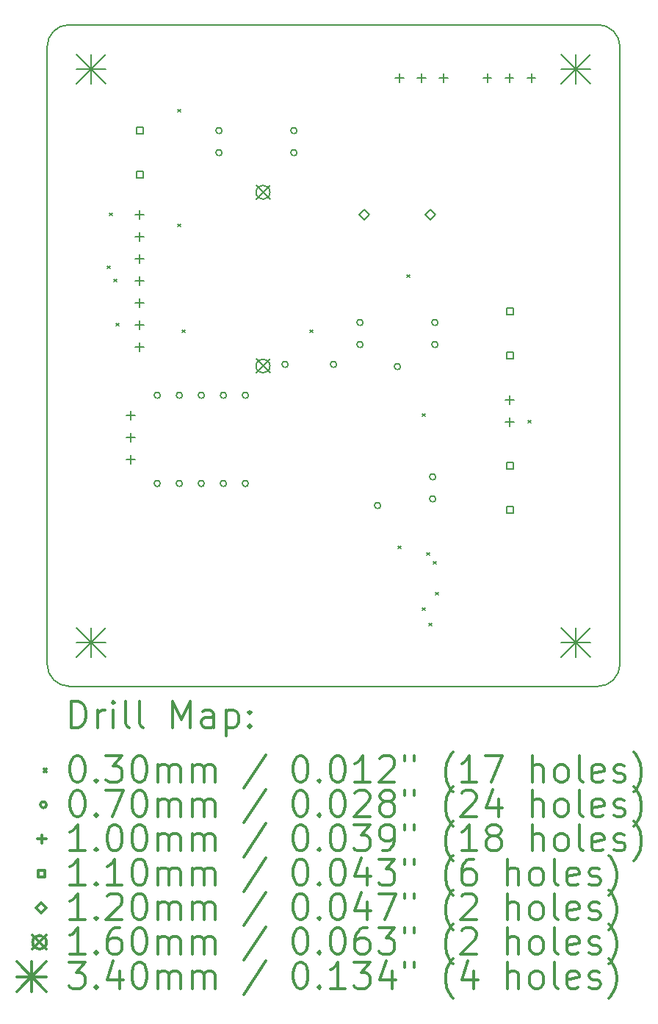
<source format=gbr>
%FSLAX45Y45*%
G04 Gerber Fmt 4.5, Leading zero omitted, Abs format (unit mm)*
G04 Created by KiCad (PCBNEW (5.0.0)) date 10/20/18 16:06:57*
%MOMM*%
%LPD*%
G01*
G04 APERTURE LIST*
%ADD10C,0.150000*%
%ADD11C,0.200000*%
%ADD12C,0.300000*%
G04 APERTURE END LIST*
D10*
X16002000Y-15494000D02*
X16002000Y-8382000D01*
X9652000Y-15748000D02*
X15748000Y-15748000D01*
X9398000Y-8382000D02*
X9398000Y-15494000D01*
X15748000Y-8128000D02*
X9652000Y-8128000D01*
X9652000Y-15748000D02*
G75*
G02X9398000Y-15494000I0J254000D01*
G01*
X9398000Y-8382000D02*
G75*
G02X9652000Y-8128000I254000J0D01*
G01*
X15748000Y-8128000D02*
G75*
G02X16002000Y-8382000I0J-254000D01*
G01*
X16002000Y-15494000D02*
G75*
G02X15748000Y-15748000I-254000J0D01*
G01*
D11*
X10094200Y-10907000D02*
X10124200Y-10937000D01*
X10124200Y-10907000D02*
X10094200Y-10937000D01*
X10119600Y-10297400D02*
X10149600Y-10327400D01*
X10149600Y-10297400D02*
X10119600Y-10327400D01*
X10170400Y-11059400D02*
X10200400Y-11089400D01*
X10200400Y-11059400D02*
X10170400Y-11089400D01*
X10195800Y-11567400D02*
X10225800Y-11597400D01*
X10225800Y-11567400D02*
X10195800Y-11597400D01*
X10907000Y-9103600D02*
X10937000Y-9133600D01*
X10937000Y-9103600D02*
X10907000Y-9133600D01*
X10907000Y-10424400D02*
X10937000Y-10454400D01*
X10937000Y-10424400D02*
X10907000Y-10454400D01*
X10957800Y-11643600D02*
X10987800Y-11673600D01*
X10987800Y-11643600D02*
X10957800Y-11673600D01*
X12431000Y-11643600D02*
X12461000Y-11673600D01*
X12461000Y-11643600D02*
X12431000Y-11673600D01*
X13447000Y-14132800D02*
X13477000Y-14162800D01*
X13477000Y-14132800D02*
X13447000Y-14162800D01*
X13548600Y-11008600D02*
X13578600Y-11038600D01*
X13578600Y-11008600D02*
X13548600Y-11038600D01*
X13726400Y-12608800D02*
X13756400Y-12638800D01*
X13756400Y-12608800D02*
X13726400Y-12638800D01*
X13726400Y-14844000D02*
X13756400Y-14874000D01*
X13756400Y-14844000D02*
X13726400Y-14874000D01*
X13777200Y-14209000D02*
X13807200Y-14239000D01*
X13807200Y-14209000D02*
X13777200Y-14239000D01*
X13802600Y-15021800D02*
X13832600Y-15051800D01*
X13832600Y-15021800D02*
X13802600Y-15051800D01*
X13853400Y-14310600D02*
X13883400Y-14340600D01*
X13883400Y-14310600D02*
X13853400Y-14340600D01*
X13878800Y-14666200D02*
X13908800Y-14696200D01*
X13908800Y-14666200D02*
X13878800Y-14696200D01*
X14945600Y-12685000D02*
X14975600Y-12715000D01*
X14975600Y-12685000D02*
X14945600Y-12715000D01*
X12176200Y-12039600D02*
G75*
G03X12176200Y-12039600I-35000J0D01*
G01*
X12735000Y-12039600D02*
G75*
G03X12735000Y-12039600I-35000J0D01*
G01*
X13243000Y-13665200D02*
G75*
G03X13243000Y-13665200I-35000J0D01*
G01*
X13471600Y-12065000D02*
G75*
G03X13471600Y-12065000I-35000J0D01*
G01*
X11414200Y-9347200D02*
G75*
G03X11414200Y-9347200I-35000J0D01*
G01*
X11414200Y-9601200D02*
G75*
G03X11414200Y-9601200I-35000J0D01*
G01*
X11210746Y-13411148D02*
G75*
G03X11210746Y-13411148I-35000J0D01*
G01*
X11211000Y-12395200D02*
G75*
G03X11211000Y-12395200I-35000J0D01*
G01*
X11718746Y-13411148D02*
G75*
G03X11718746Y-13411148I-35000J0D01*
G01*
X11719000Y-12395200D02*
G75*
G03X11719000Y-12395200I-35000J0D01*
G01*
X13039800Y-11557000D02*
G75*
G03X13039800Y-11557000I-35000J0D01*
G01*
X13039800Y-11811000D02*
G75*
G03X13039800Y-11811000I-35000J0D01*
G01*
X13878000Y-13335000D02*
G75*
G03X13878000Y-13335000I-35000J0D01*
G01*
X13878000Y-13589000D02*
G75*
G03X13878000Y-13589000I-35000J0D01*
G01*
X10957000Y-13411200D02*
G75*
G03X10957000Y-13411200I-35000J0D01*
G01*
X10957254Y-12395252D02*
G75*
G03X10957254Y-12395252I-35000J0D01*
G01*
X12277800Y-9347200D02*
G75*
G03X12277800Y-9347200I-35000J0D01*
G01*
X12277800Y-9601200D02*
G75*
G03X12277800Y-9601200I-35000J0D01*
G01*
X11465000Y-13411200D02*
G75*
G03X11465000Y-13411200I-35000J0D01*
G01*
X11465254Y-12395252D02*
G75*
G03X11465254Y-12395252I-35000J0D01*
G01*
X13903400Y-11557000D02*
G75*
G03X13903400Y-11557000I-35000J0D01*
G01*
X13903400Y-11811000D02*
G75*
G03X13903400Y-11811000I-35000J0D01*
G01*
X10702746Y-13411148D02*
G75*
G03X10702746Y-13411148I-35000J0D01*
G01*
X10703000Y-12395200D02*
G75*
G03X10703000Y-12395200I-35000J0D01*
G01*
X13462000Y-8687600D02*
X13462000Y-8787600D01*
X13412000Y-8737600D02*
X13512000Y-8737600D01*
X13716000Y-8687600D02*
X13716000Y-8787600D01*
X13666000Y-8737600D02*
X13766000Y-8737600D01*
X13970000Y-8687600D02*
X13970000Y-8787600D01*
X13920000Y-8737600D02*
X14020000Y-8737600D01*
X14732000Y-12396000D02*
X14732000Y-12496000D01*
X14682000Y-12446000D02*
X14782000Y-12446000D01*
X14732000Y-12650000D02*
X14732000Y-12750000D01*
X14682000Y-12700000D02*
X14782000Y-12700000D01*
X10363200Y-12573800D02*
X10363200Y-12673800D01*
X10313200Y-12623800D02*
X10413200Y-12623800D01*
X10363200Y-12827800D02*
X10363200Y-12927800D01*
X10313200Y-12877800D02*
X10413200Y-12877800D01*
X10363200Y-13081800D02*
X10363200Y-13181800D01*
X10313200Y-13131800D02*
X10413200Y-13131800D01*
X14472920Y-8687600D02*
X14472920Y-8787600D01*
X14422920Y-8737600D02*
X14522920Y-8737600D01*
X14726920Y-8687600D02*
X14726920Y-8787600D01*
X14676920Y-8737600D02*
X14776920Y-8737600D01*
X14980920Y-8687600D02*
X14980920Y-8787600D01*
X14930920Y-8737600D02*
X15030920Y-8737600D01*
X10464800Y-10262400D02*
X10464800Y-10362400D01*
X10414800Y-10312400D02*
X10514800Y-10312400D01*
X10464800Y-10516400D02*
X10464800Y-10616400D01*
X10414800Y-10566400D02*
X10514800Y-10566400D01*
X10464800Y-10770400D02*
X10464800Y-10870400D01*
X10414800Y-10820400D02*
X10514800Y-10820400D01*
X10464800Y-11024400D02*
X10464800Y-11124400D01*
X10414800Y-11074400D02*
X10514800Y-11074400D01*
X10464800Y-11278400D02*
X10464800Y-11378400D01*
X10414800Y-11328400D02*
X10514800Y-11328400D01*
X10464800Y-11532400D02*
X10464800Y-11632400D01*
X10414800Y-11582400D02*
X10514800Y-11582400D01*
X10464800Y-11786400D02*
X10464800Y-11886400D01*
X10414800Y-11836400D02*
X10514800Y-11836400D01*
X14770891Y-11468891D02*
X14770891Y-11391109D01*
X14693109Y-11391109D01*
X14693109Y-11468891D01*
X14770891Y-11468891D01*
X14770891Y-11976891D02*
X14770891Y-11899109D01*
X14693109Y-11899109D01*
X14693109Y-11976891D01*
X14770891Y-11976891D01*
X10503691Y-9386091D02*
X10503691Y-9308309D01*
X10425909Y-9308309D01*
X10425909Y-9386091D01*
X10503691Y-9386091D01*
X10503691Y-9894091D02*
X10503691Y-9816309D01*
X10425909Y-9816309D01*
X10425909Y-9894091D01*
X10503691Y-9894091D01*
X14770891Y-13246891D02*
X14770891Y-13169109D01*
X14693109Y-13169109D01*
X14693109Y-13246891D01*
X14770891Y-13246891D01*
X14770891Y-13754891D02*
X14770891Y-13677109D01*
X14693109Y-13677109D01*
X14693109Y-13754891D01*
X14770891Y-13754891D01*
X13055600Y-10372400D02*
X13115600Y-10312400D01*
X13055600Y-10252400D01*
X12995600Y-10312400D01*
X13055600Y-10372400D01*
X13817600Y-10372400D02*
X13877600Y-10312400D01*
X13817600Y-10252400D01*
X13757600Y-10312400D01*
X13817600Y-10372400D01*
X11807200Y-9978400D02*
X11967200Y-10138400D01*
X11967200Y-9978400D02*
X11807200Y-10138400D01*
X11967200Y-10058400D02*
G75*
G03X11967200Y-10058400I-80000J0D01*
G01*
X11807200Y-11978400D02*
X11967200Y-12138400D01*
X11967200Y-11978400D02*
X11807200Y-12138400D01*
X11967200Y-12058400D02*
G75*
G03X11967200Y-12058400I-80000J0D01*
G01*
X9736000Y-8466000D02*
X10076000Y-8806000D01*
X10076000Y-8466000D02*
X9736000Y-8806000D01*
X9906000Y-8466000D02*
X9906000Y-8806000D01*
X9736000Y-8636000D02*
X10076000Y-8636000D01*
X15324000Y-15070000D02*
X15664000Y-15410000D01*
X15664000Y-15070000D02*
X15324000Y-15410000D01*
X15494000Y-15070000D02*
X15494000Y-15410000D01*
X15324000Y-15240000D02*
X15664000Y-15240000D01*
X15324000Y-8466000D02*
X15664000Y-8806000D01*
X15664000Y-8466000D02*
X15324000Y-8806000D01*
X15494000Y-8466000D02*
X15494000Y-8806000D01*
X15324000Y-8636000D02*
X15664000Y-8636000D01*
X9736000Y-15070000D02*
X10076000Y-15410000D01*
X10076000Y-15070000D02*
X9736000Y-15410000D01*
X9906000Y-15070000D02*
X9906000Y-15410000D01*
X9736000Y-15240000D02*
X10076000Y-15240000D01*
D12*
X9676928Y-16221214D02*
X9676928Y-15921214D01*
X9748357Y-15921214D01*
X9791214Y-15935500D01*
X9819786Y-15964071D01*
X9834071Y-15992643D01*
X9848357Y-16049786D01*
X9848357Y-16092643D01*
X9834071Y-16149786D01*
X9819786Y-16178357D01*
X9791214Y-16206929D01*
X9748357Y-16221214D01*
X9676928Y-16221214D01*
X9976928Y-16221214D02*
X9976928Y-16021214D01*
X9976928Y-16078357D02*
X9991214Y-16049786D01*
X10005500Y-16035500D01*
X10034071Y-16021214D01*
X10062643Y-16021214D01*
X10162643Y-16221214D02*
X10162643Y-16021214D01*
X10162643Y-15921214D02*
X10148357Y-15935500D01*
X10162643Y-15949786D01*
X10176928Y-15935500D01*
X10162643Y-15921214D01*
X10162643Y-15949786D01*
X10348357Y-16221214D02*
X10319786Y-16206929D01*
X10305500Y-16178357D01*
X10305500Y-15921214D01*
X10505500Y-16221214D02*
X10476928Y-16206929D01*
X10462643Y-16178357D01*
X10462643Y-15921214D01*
X10848357Y-16221214D02*
X10848357Y-15921214D01*
X10948357Y-16135500D01*
X11048357Y-15921214D01*
X11048357Y-16221214D01*
X11319786Y-16221214D02*
X11319786Y-16064071D01*
X11305500Y-16035500D01*
X11276928Y-16021214D01*
X11219786Y-16021214D01*
X11191214Y-16035500D01*
X11319786Y-16206929D02*
X11291214Y-16221214D01*
X11219786Y-16221214D01*
X11191214Y-16206929D01*
X11176928Y-16178357D01*
X11176928Y-16149786D01*
X11191214Y-16121214D01*
X11219786Y-16106929D01*
X11291214Y-16106929D01*
X11319786Y-16092643D01*
X11462643Y-16021214D02*
X11462643Y-16321214D01*
X11462643Y-16035500D02*
X11491214Y-16021214D01*
X11548357Y-16021214D01*
X11576928Y-16035500D01*
X11591214Y-16049786D01*
X11605500Y-16078357D01*
X11605500Y-16164071D01*
X11591214Y-16192643D01*
X11576928Y-16206929D01*
X11548357Y-16221214D01*
X11491214Y-16221214D01*
X11462643Y-16206929D01*
X11734071Y-16192643D02*
X11748357Y-16206929D01*
X11734071Y-16221214D01*
X11719786Y-16206929D01*
X11734071Y-16192643D01*
X11734071Y-16221214D01*
X11734071Y-16035500D02*
X11748357Y-16049786D01*
X11734071Y-16064071D01*
X11719786Y-16049786D01*
X11734071Y-16035500D01*
X11734071Y-16064071D01*
X9360500Y-16700500D02*
X9390500Y-16730500D01*
X9390500Y-16700500D02*
X9360500Y-16730500D01*
X9734071Y-16551214D02*
X9762643Y-16551214D01*
X9791214Y-16565500D01*
X9805500Y-16579786D01*
X9819786Y-16608357D01*
X9834071Y-16665500D01*
X9834071Y-16736929D01*
X9819786Y-16794072D01*
X9805500Y-16822643D01*
X9791214Y-16836929D01*
X9762643Y-16851214D01*
X9734071Y-16851214D01*
X9705500Y-16836929D01*
X9691214Y-16822643D01*
X9676928Y-16794072D01*
X9662643Y-16736929D01*
X9662643Y-16665500D01*
X9676928Y-16608357D01*
X9691214Y-16579786D01*
X9705500Y-16565500D01*
X9734071Y-16551214D01*
X9962643Y-16822643D02*
X9976928Y-16836929D01*
X9962643Y-16851214D01*
X9948357Y-16836929D01*
X9962643Y-16822643D01*
X9962643Y-16851214D01*
X10076928Y-16551214D02*
X10262643Y-16551214D01*
X10162643Y-16665500D01*
X10205500Y-16665500D01*
X10234071Y-16679786D01*
X10248357Y-16694071D01*
X10262643Y-16722643D01*
X10262643Y-16794072D01*
X10248357Y-16822643D01*
X10234071Y-16836929D01*
X10205500Y-16851214D01*
X10119786Y-16851214D01*
X10091214Y-16836929D01*
X10076928Y-16822643D01*
X10448357Y-16551214D02*
X10476928Y-16551214D01*
X10505500Y-16565500D01*
X10519786Y-16579786D01*
X10534071Y-16608357D01*
X10548357Y-16665500D01*
X10548357Y-16736929D01*
X10534071Y-16794072D01*
X10519786Y-16822643D01*
X10505500Y-16836929D01*
X10476928Y-16851214D01*
X10448357Y-16851214D01*
X10419786Y-16836929D01*
X10405500Y-16822643D01*
X10391214Y-16794072D01*
X10376928Y-16736929D01*
X10376928Y-16665500D01*
X10391214Y-16608357D01*
X10405500Y-16579786D01*
X10419786Y-16565500D01*
X10448357Y-16551214D01*
X10676928Y-16851214D02*
X10676928Y-16651214D01*
X10676928Y-16679786D02*
X10691214Y-16665500D01*
X10719786Y-16651214D01*
X10762643Y-16651214D01*
X10791214Y-16665500D01*
X10805500Y-16694071D01*
X10805500Y-16851214D01*
X10805500Y-16694071D02*
X10819786Y-16665500D01*
X10848357Y-16651214D01*
X10891214Y-16651214D01*
X10919786Y-16665500D01*
X10934071Y-16694071D01*
X10934071Y-16851214D01*
X11076928Y-16851214D02*
X11076928Y-16651214D01*
X11076928Y-16679786D02*
X11091214Y-16665500D01*
X11119786Y-16651214D01*
X11162643Y-16651214D01*
X11191214Y-16665500D01*
X11205500Y-16694071D01*
X11205500Y-16851214D01*
X11205500Y-16694071D02*
X11219786Y-16665500D01*
X11248357Y-16651214D01*
X11291214Y-16651214D01*
X11319786Y-16665500D01*
X11334071Y-16694071D01*
X11334071Y-16851214D01*
X11919786Y-16536929D02*
X11662643Y-16922643D01*
X12305500Y-16551214D02*
X12334071Y-16551214D01*
X12362643Y-16565500D01*
X12376928Y-16579786D01*
X12391214Y-16608357D01*
X12405500Y-16665500D01*
X12405500Y-16736929D01*
X12391214Y-16794072D01*
X12376928Y-16822643D01*
X12362643Y-16836929D01*
X12334071Y-16851214D01*
X12305500Y-16851214D01*
X12276928Y-16836929D01*
X12262643Y-16822643D01*
X12248357Y-16794072D01*
X12234071Y-16736929D01*
X12234071Y-16665500D01*
X12248357Y-16608357D01*
X12262643Y-16579786D01*
X12276928Y-16565500D01*
X12305500Y-16551214D01*
X12534071Y-16822643D02*
X12548357Y-16836929D01*
X12534071Y-16851214D01*
X12519786Y-16836929D01*
X12534071Y-16822643D01*
X12534071Y-16851214D01*
X12734071Y-16551214D02*
X12762643Y-16551214D01*
X12791214Y-16565500D01*
X12805500Y-16579786D01*
X12819786Y-16608357D01*
X12834071Y-16665500D01*
X12834071Y-16736929D01*
X12819786Y-16794072D01*
X12805500Y-16822643D01*
X12791214Y-16836929D01*
X12762643Y-16851214D01*
X12734071Y-16851214D01*
X12705500Y-16836929D01*
X12691214Y-16822643D01*
X12676928Y-16794072D01*
X12662643Y-16736929D01*
X12662643Y-16665500D01*
X12676928Y-16608357D01*
X12691214Y-16579786D01*
X12705500Y-16565500D01*
X12734071Y-16551214D01*
X13119786Y-16851214D02*
X12948357Y-16851214D01*
X13034071Y-16851214D02*
X13034071Y-16551214D01*
X13005500Y-16594071D01*
X12976928Y-16622643D01*
X12948357Y-16636929D01*
X13234071Y-16579786D02*
X13248357Y-16565500D01*
X13276928Y-16551214D01*
X13348357Y-16551214D01*
X13376928Y-16565500D01*
X13391214Y-16579786D01*
X13405500Y-16608357D01*
X13405500Y-16636929D01*
X13391214Y-16679786D01*
X13219786Y-16851214D01*
X13405500Y-16851214D01*
X13519786Y-16551214D02*
X13519786Y-16608357D01*
X13634071Y-16551214D02*
X13634071Y-16608357D01*
X14076928Y-16965500D02*
X14062643Y-16951214D01*
X14034071Y-16908357D01*
X14019786Y-16879786D01*
X14005500Y-16836929D01*
X13991214Y-16765500D01*
X13991214Y-16708357D01*
X14005500Y-16636929D01*
X14019786Y-16594071D01*
X14034071Y-16565500D01*
X14062643Y-16522643D01*
X14076928Y-16508357D01*
X14348357Y-16851214D02*
X14176928Y-16851214D01*
X14262643Y-16851214D02*
X14262643Y-16551214D01*
X14234071Y-16594071D01*
X14205500Y-16622643D01*
X14176928Y-16636929D01*
X14448357Y-16551214D02*
X14648357Y-16551214D01*
X14519786Y-16851214D01*
X14991214Y-16851214D02*
X14991214Y-16551214D01*
X15119786Y-16851214D02*
X15119786Y-16694071D01*
X15105500Y-16665500D01*
X15076928Y-16651214D01*
X15034071Y-16651214D01*
X15005500Y-16665500D01*
X14991214Y-16679786D01*
X15305500Y-16851214D02*
X15276928Y-16836929D01*
X15262643Y-16822643D01*
X15248357Y-16794072D01*
X15248357Y-16708357D01*
X15262643Y-16679786D01*
X15276928Y-16665500D01*
X15305500Y-16651214D01*
X15348357Y-16651214D01*
X15376928Y-16665500D01*
X15391214Y-16679786D01*
X15405500Y-16708357D01*
X15405500Y-16794072D01*
X15391214Y-16822643D01*
X15376928Y-16836929D01*
X15348357Y-16851214D01*
X15305500Y-16851214D01*
X15576928Y-16851214D02*
X15548357Y-16836929D01*
X15534071Y-16808357D01*
X15534071Y-16551214D01*
X15805500Y-16836929D02*
X15776928Y-16851214D01*
X15719786Y-16851214D01*
X15691214Y-16836929D01*
X15676928Y-16808357D01*
X15676928Y-16694071D01*
X15691214Y-16665500D01*
X15719786Y-16651214D01*
X15776928Y-16651214D01*
X15805500Y-16665500D01*
X15819786Y-16694071D01*
X15819786Y-16722643D01*
X15676928Y-16751214D01*
X15934071Y-16836929D02*
X15962643Y-16851214D01*
X16019786Y-16851214D01*
X16048357Y-16836929D01*
X16062643Y-16808357D01*
X16062643Y-16794072D01*
X16048357Y-16765500D01*
X16019786Y-16751214D01*
X15976928Y-16751214D01*
X15948357Y-16736929D01*
X15934071Y-16708357D01*
X15934071Y-16694071D01*
X15948357Y-16665500D01*
X15976928Y-16651214D01*
X16019786Y-16651214D01*
X16048357Y-16665500D01*
X16162643Y-16965500D02*
X16176928Y-16951214D01*
X16205500Y-16908357D01*
X16219786Y-16879786D01*
X16234071Y-16836929D01*
X16248357Y-16765500D01*
X16248357Y-16708357D01*
X16234071Y-16636929D01*
X16219786Y-16594071D01*
X16205500Y-16565500D01*
X16176928Y-16522643D01*
X16162643Y-16508357D01*
X9390500Y-17111500D02*
G75*
G03X9390500Y-17111500I-35000J0D01*
G01*
X9734071Y-16947214D02*
X9762643Y-16947214D01*
X9791214Y-16961500D01*
X9805500Y-16975786D01*
X9819786Y-17004357D01*
X9834071Y-17061500D01*
X9834071Y-17132929D01*
X9819786Y-17190072D01*
X9805500Y-17218643D01*
X9791214Y-17232929D01*
X9762643Y-17247214D01*
X9734071Y-17247214D01*
X9705500Y-17232929D01*
X9691214Y-17218643D01*
X9676928Y-17190072D01*
X9662643Y-17132929D01*
X9662643Y-17061500D01*
X9676928Y-17004357D01*
X9691214Y-16975786D01*
X9705500Y-16961500D01*
X9734071Y-16947214D01*
X9962643Y-17218643D02*
X9976928Y-17232929D01*
X9962643Y-17247214D01*
X9948357Y-17232929D01*
X9962643Y-17218643D01*
X9962643Y-17247214D01*
X10076928Y-16947214D02*
X10276928Y-16947214D01*
X10148357Y-17247214D01*
X10448357Y-16947214D02*
X10476928Y-16947214D01*
X10505500Y-16961500D01*
X10519786Y-16975786D01*
X10534071Y-17004357D01*
X10548357Y-17061500D01*
X10548357Y-17132929D01*
X10534071Y-17190072D01*
X10519786Y-17218643D01*
X10505500Y-17232929D01*
X10476928Y-17247214D01*
X10448357Y-17247214D01*
X10419786Y-17232929D01*
X10405500Y-17218643D01*
X10391214Y-17190072D01*
X10376928Y-17132929D01*
X10376928Y-17061500D01*
X10391214Y-17004357D01*
X10405500Y-16975786D01*
X10419786Y-16961500D01*
X10448357Y-16947214D01*
X10676928Y-17247214D02*
X10676928Y-17047214D01*
X10676928Y-17075786D02*
X10691214Y-17061500D01*
X10719786Y-17047214D01*
X10762643Y-17047214D01*
X10791214Y-17061500D01*
X10805500Y-17090072D01*
X10805500Y-17247214D01*
X10805500Y-17090072D02*
X10819786Y-17061500D01*
X10848357Y-17047214D01*
X10891214Y-17047214D01*
X10919786Y-17061500D01*
X10934071Y-17090072D01*
X10934071Y-17247214D01*
X11076928Y-17247214D02*
X11076928Y-17047214D01*
X11076928Y-17075786D02*
X11091214Y-17061500D01*
X11119786Y-17047214D01*
X11162643Y-17047214D01*
X11191214Y-17061500D01*
X11205500Y-17090072D01*
X11205500Y-17247214D01*
X11205500Y-17090072D02*
X11219786Y-17061500D01*
X11248357Y-17047214D01*
X11291214Y-17047214D01*
X11319786Y-17061500D01*
X11334071Y-17090072D01*
X11334071Y-17247214D01*
X11919786Y-16932929D02*
X11662643Y-17318643D01*
X12305500Y-16947214D02*
X12334071Y-16947214D01*
X12362643Y-16961500D01*
X12376928Y-16975786D01*
X12391214Y-17004357D01*
X12405500Y-17061500D01*
X12405500Y-17132929D01*
X12391214Y-17190072D01*
X12376928Y-17218643D01*
X12362643Y-17232929D01*
X12334071Y-17247214D01*
X12305500Y-17247214D01*
X12276928Y-17232929D01*
X12262643Y-17218643D01*
X12248357Y-17190072D01*
X12234071Y-17132929D01*
X12234071Y-17061500D01*
X12248357Y-17004357D01*
X12262643Y-16975786D01*
X12276928Y-16961500D01*
X12305500Y-16947214D01*
X12534071Y-17218643D02*
X12548357Y-17232929D01*
X12534071Y-17247214D01*
X12519786Y-17232929D01*
X12534071Y-17218643D01*
X12534071Y-17247214D01*
X12734071Y-16947214D02*
X12762643Y-16947214D01*
X12791214Y-16961500D01*
X12805500Y-16975786D01*
X12819786Y-17004357D01*
X12834071Y-17061500D01*
X12834071Y-17132929D01*
X12819786Y-17190072D01*
X12805500Y-17218643D01*
X12791214Y-17232929D01*
X12762643Y-17247214D01*
X12734071Y-17247214D01*
X12705500Y-17232929D01*
X12691214Y-17218643D01*
X12676928Y-17190072D01*
X12662643Y-17132929D01*
X12662643Y-17061500D01*
X12676928Y-17004357D01*
X12691214Y-16975786D01*
X12705500Y-16961500D01*
X12734071Y-16947214D01*
X12948357Y-16975786D02*
X12962643Y-16961500D01*
X12991214Y-16947214D01*
X13062643Y-16947214D01*
X13091214Y-16961500D01*
X13105500Y-16975786D01*
X13119786Y-17004357D01*
X13119786Y-17032929D01*
X13105500Y-17075786D01*
X12934071Y-17247214D01*
X13119786Y-17247214D01*
X13291214Y-17075786D02*
X13262643Y-17061500D01*
X13248357Y-17047214D01*
X13234071Y-17018643D01*
X13234071Y-17004357D01*
X13248357Y-16975786D01*
X13262643Y-16961500D01*
X13291214Y-16947214D01*
X13348357Y-16947214D01*
X13376928Y-16961500D01*
X13391214Y-16975786D01*
X13405500Y-17004357D01*
X13405500Y-17018643D01*
X13391214Y-17047214D01*
X13376928Y-17061500D01*
X13348357Y-17075786D01*
X13291214Y-17075786D01*
X13262643Y-17090072D01*
X13248357Y-17104357D01*
X13234071Y-17132929D01*
X13234071Y-17190072D01*
X13248357Y-17218643D01*
X13262643Y-17232929D01*
X13291214Y-17247214D01*
X13348357Y-17247214D01*
X13376928Y-17232929D01*
X13391214Y-17218643D01*
X13405500Y-17190072D01*
X13405500Y-17132929D01*
X13391214Y-17104357D01*
X13376928Y-17090072D01*
X13348357Y-17075786D01*
X13519786Y-16947214D02*
X13519786Y-17004357D01*
X13634071Y-16947214D02*
X13634071Y-17004357D01*
X14076928Y-17361500D02*
X14062643Y-17347214D01*
X14034071Y-17304357D01*
X14019786Y-17275786D01*
X14005500Y-17232929D01*
X13991214Y-17161500D01*
X13991214Y-17104357D01*
X14005500Y-17032929D01*
X14019786Y-16990072D01*
X14034071Y-16961500D01*
X14062643Y-16918643D01*
X14076928Y-16904357D01*
X14176928Y-16975786D02*
X14191214Y-16961500D01*
X14219786Y-16947214D01*
X14291214Y-16947214D01*
X14319786Y-16961500D01*
X14334071Y-16975786D01*
X14348357Y-17004357D01*
X14348357Y-17032929D01*
X14334071Y-17075786D01*
X14162643Y-17247214D01*
X14348357Y-17247214D01*
X14605500Y-17047214D02*
X14605500Y-17247214D01*
X14534071Y-16932929D02*
X14462643Y-17147214D01*
X14648357Y-17147214D01*
X14991214Y-17247214D02*
X14991214Y-16947214D01*
X15119786Y-17247214D02*
X15119786Y-17090072D01*
X15105500Y-17061500D01*
X15076928Y-17047214D01*
X15034071Y-17047214D01*
X15005500Y-17061500D01*
X14991214Y-17075786D01*
X15305500Y-17247214D02*
X15276928Y-17232929D01*
X15262643Y-17218643D01*
X15248357Y-17190072D01*
X15248357Y-17104357D01*
X15262643Y-17075786D01*
X15276928Y-17061500D01*
X15305500Y-17047214D01*
X15348357Y-17047214D01*
X15376928Y-17061500D01*
X15391214Y-17075786D01*
X15405500Y-17104357D01*
X15405500Y-17190072D01*
X15391214Y-17218643D01*
X15376928Y-17232929D01*
X15348357Y-17247214D01*
X15305500Y-17247214D01*
X15576928Y-17247214D02*
X15548357Y-17232929D01*
X15534071Y-17204357D01*
X15534071Y-16947214D01*
X15805500Y-17232929D02*
X15776928Y-17247214D01*
X15719786Y-17247214D01*
X15691214Y-17232929D01*
X15676928Y-17204357D01*
X15676928Y-17090072D01*
X15691214Y-17061500D01*
X15719786Y-17047214D01*
X15776928Y-17047214D01*
X15805500Y-17061500D01*
X15819786Y-17090072D01*
X15819786Y-17118643D01*
X15676928Y-17147214D01*
X15934071Y-17232929D02*
X15962643Y-17247214D01*
X16019786Y-17247214D01*
X16048357Y-17232929D01*
X16062643Y-17204357D01*
X16062643Y-17190072D01*
X16048357Y-17161500D01*
X16019786Y-17147214D01*
X15976928Y-17147214D01*
X15948357Y-17132929D01*
X15934071Y-17104357D01*
X15934071Y-17090072D01*
X15948357Y-17061500D01*
X15976928Y-17047214D01*
X16019786Y-17047214D01*
X16048357Y-17061500D01*
X16162643Y-17361500D02*
X16176928Y-17347214D01*
X16205500Y-17304357D01*
X16219786Y-17275786D01*
X16234071Y-17232929D01*
X16248357Y-17161500D01*
X16248357Y-17104357D01*
X16234071Y-17032929D01*
X16219786Y-16990072D01*
X16205500Y-16961500D01*
X16176928Y-16918643D01*
X16162643Y-16904357D01*
X9340500Y-17457500D02*
X9340500Y-17557500D01*
X9290500Y-17507500D02*
X9390500Y-17507500D01*
X9834071Y-17643214D02*
X9662643Y-17643214D01*
X9748357Y-17643214D02*
X9748357Y-17343214D01*
X9719786Y-17386072D01*
X9691214Y-17414643D01*
X9662643Y-17428929D01*
X9962643Y-17614643D02*
X9976928Y-17628929D01*
X9962643Y-17643214D01*
X9948357Y-17628929D01*
X9962643Y-17614643D01*
X9962643Y-17643214D01*
X10162643Y-17343214D02*
X10191214Y-17343214D01*
X10219786Y-17357500D01*
X10234071Y-17371786D01*
X10248357Y-17400357D01*
X10262643Y-17457500D01*
X10262643Y-17528929D01*
X10248357Y-17586072D01*
X10234071Y-17614643D01*
X10219786Y-17628929D01*
X10191214Y-17643214D01*
X10162643Y-17643214D01*
X10134071Y-17628929D01*
X10119786Y-17614643D01*
X10105500Y-17586072D01*
X10091214Y-17528929D01*
X10091214Y-17457500D01*
X10105500Y-17400357D01*
X10119786Y-17371786D01*
X10134071Y-17357500D01*
X10162643Y-17343214D01*
X10448357Y-17343214D02*
X10476928Y-17343214D01*
X10505500Y-17357500D01*
X10519786Y-17371786D01*
X10534071Y-17400357D01*
X10548357Y-17457500D01*
X10548357Y-17528929D01*
X10534071Y-17586072D01*
X10519786Y-17614643D01*
X10505500Y-17628929D01*
X10476928Y-17643214D01*
X10448357Y-17643214D01*
X10419786Y-17628929D01*
X10405500Y-17614643D01*
X10391214Y-17586072D01*
X10376928Y-17528929D01*
X10376928Y-17457500D01*
X10391214Y-17400357D01*
X10405500Y-17371786D01*
X10419786Y-17357500D01*
X10448357Y-17343214D01*
X10676928Y-17643214D02*
X10676928Y-17443214D01*
X10676928Y-17471786D02*
X10691214Y-17457500D01*
X10719786Y-17443214D01*
X10762643Y-17443214D01*
X10791214Y-17457500D01*
X10805500Y-17486072D01*
X10805500Y-17643214D01*
X10805500Y-17486072D02*
X10819786Y-17457500D01*
X10848357Y-17443214D01*
X10891214Y-17443214D01*
X10919786Y-17457500D01*
X10934071Y-17486072D01*
X10934071Y-17643214D01*
X11076928Y-17643214D02*
X11076928Y-17443214D01*
X11076928Y-17471786D02*
X11091214Y-17457500D01*
X11119786Y-17443214D01*
X11162643Y-17443214D01*
X11191214Y-17457500D01*
X11205500Y-17486072D01*
X11205500Y-17643214D01*
X11205500Y-17486072D02*
X11219786Y-17457500D01*
X11248357Y-17443214D01*
X11291214Y-17443214D01*
X11319786Y-17457500D01*
X11334071Y-17486072D01*
X11334071Y-17643214D01*
X11919786Y-17328929D02*
X11662643Y-17714643D01*
X12305500Y-17343214D02*
X12334071Y-17343214D01*
X12362643Y-17357500D01*
X12376928Y-17371786D01*
X12391214Y-17400357D01*
X12405500Y-17457500D01*
X12405500Y-17528929D01*
X12391214Y-17586072D01*
X12376928Y-17614643D01*
X12362643Y-17628929D01*
X12334071Y-17643214D01*
X12305500Y-17643214D01*
X12276928Y-17628929D01*
X12262643Y-17614643D01*
X12248357Y-17586072D01*
X12234071Y-17528929D01*
X12234071Y-17457500D01*
X12248357Y-17400357D01*
X12262643Y-17371786D01*
X12276928Y-17357500D01*
X12305500Y-17343214D01*
X12534071Y-17614643D02*
X12548357Y-17628929D01*
X12534071Y-17643214D01*
X12519786Y-17628929D01*
X12534071Y-17614643D01*
X12534071Y-17643214D01*
X12734071Y-17343214D02*
X12762643Y-17343214D01*
X12791214Y-17357500D01*
X12805500Y-17371786D01*
X12819786Y-17400357D01*
X12834071Y-17457500D01*
X12834071Y-17528929D01*
X12819786Y-17586072D01*
X12805500Y-17614643D01*
X12791214Y-17628929D01*
X12762643Y-17643214D01*
X12734071Y-17643214D01*
X12705500Y-17628929D01*
X12691214Y-17614643D01*
X12676928Y-17586072D01*
X12662643Y-17528929D01*
X12662643Y-17457500D01*
X12676928Y-17400357D01*
X12691214Y-17371786D01*
X12705500Y-17357500D01*
X12734071Y-17343214D01*
X12934071Y-17343214D02*
X13119786Y-17343214D01*
X13019786Y-17457500D01*
X13062643Y-17457500D01*
X13091214Y-17471786D01*
X13105500Y-17486072D01*
X13119786Y-17514643D01*
X13119786Y-17586072D01*
X13105500Y-17614643D01*
X13091214Y-17628929D01*
X13062643Y-17643214D01*
X12976928Y-17643214D01*
X12948357Y-17628929D01*
X12934071Y-17614643D01*
X13262643Y-17643214D02*
X13319786Y-17643214D01*
X13348357Y-17628929D01*
X13362643Y-17614643D01*
X13391214Y-17571786D01*
X13405500Y-17514643D01*
X13405500Y-17400357D01*
X13391214Y-17371786D01*
X13376928Y-17357500D01*
X13348357Y-17343214D01*
X13291214Y-17343214D01*
X13262643Y-17357500D01*
X13248357Y-17371786D01*
X13234071Y-17400357D01*
X13234071Y-17471786D01*
X13248357Y-17500357D01*
X13262643Y-17514643D01*
X13291214Y-17528929D01*
X13348357Y-17528929D01*
X13376928Y-17514643D01*
X13391214Y-17500357D01*
X13405500Y-17471786D01*
X13519786Y-17343214D02*
X13519786Y-17400357D01*
X13634071Y-17343214D02*
X13634071Y-17400357D01*
X14076928Y-17757500D02*
X14062643Y-17743214D01*
X14034071Y-17700357D01*
X14019786Y-17671786D01*
X14005500Y-17628929D01*
X13991214Y-17557500D01*
X13991214Y-17500357D01*
X14005500Y-17428929D01*
X14019786Y-17386072D01*
X14034071Y-17357500D01*
X14062643Y-17314643D01*
X14076928Y-17300357D01*
X14348357Y-17643214D02*
X14176928Y-17643214D01*
X14262643Y-17643214D02*
X14262643Y-17343214D01*
X14234071Y-17386072D01*
X14205500Y-17414643D01*
X14176928Y-17428929D01*
X14519786Y-17471786D02*
X14491214Y-17457500D01*
X14476928Y-17443214D01*
X14462643Y-17414643D01*
X14462643Y-17400357D01*
X14476928Y-17371786D01*
X14491214Y-17357500D01*
X14519786Y-17343214D01*
X14576928Y-17343214D01*
X14605500Y-17357500D01*
X14619786Y-17371786D01*
X14634071Y-17400357D01*
X14634071Y-17414643D01*
X14619786Y-17443214D01*
X14605500Y-17457500D01*
X14576928Y-17471786D01*
X14519786Y-17471786D01*
X14491214Y-17486072D01*
X14476928Y-17500357D01*
X14462643Y-17528929D01*
X14462643Y-17586072D01*
X14476928Y-17614643D01*
X14491214Y-17628929D01*
X14519786Y-17643214D01*
X14576928Y-17643214D01*
X14605500Y-17628929D01*
X14619786Y-17614643D01*
X14634071Y-17586072D01*
X14634071Y-17528929D01*
X14619786Y-17500357D01*
X14605500Y-17486072D01*
X14576928Y-17471786D01*
X14991214Y-17643214D02*
X14991214Y-17343214D01*
X15119786Y-17643214D02*
X15119786Y-17486072D01*
X15105500Y-17457500D01*
X15076928Y-17443214D01*
X15034071Y-17443214D01*
X15005500Y-17457500D01*
X14991214Y-17471786D01*
X15305500Y-17643214D02*
X15276928Y-17628929D01*
X15262643Y-17614643D01*
X15248357Y-17586072D01*
X15248357Y-17500357D01*
X15262643Y-17471786D01*
X15276928Y-17457500D01*
X15305500Y-17443214D01*
X15348357Y-17443214D01*
X15376928Y-17457500D01*
X15391214Y-17471786D01*
X15405500Y-17500357D01*
X15405500Y-17586072D01*
X15391214Y-17614643D01*
X15376928Y-17628929D01*
X15348357Y-17643214D01*
X15305500Y-17643214D01*
X15576928Y-17643214D02*
X15548357Y-17628929D01*
X15534071Y-17600357D01*
X15534071Y-17343214D01*
X15805500Y-17628929D02*
X15776928Y-17643214D01*
X15719786Y-17643214D01*
X15691214Y-17628929D01*
X15676928Y-17600357D01*
X15676928Y-17486072D01*
X15691214Y-17457500D01*
X15719786Y-17443214D01*
X15776928Y-17443214D01*
X15805500Y-17457500D01*
X15819786Y-17486072D01*
X15819786Y-17514643D01*
X15676928Y-17543214D01*
X15934071Y-17628929D02*
X15962643Y-17643214D01*
X16019786Y-17643214D01*
X16048357Y-17628929D01*
X16062643Y-17600357D01*
X16062643Y-17586072D01*
X16048357Y-17557500D01*
X16019786Y-17543214D01*
X15976928Y-17543214D01*
X15948357Y-17528929D01*
X15934071Y-17500357D01*
X15934071Y-17486072D01*
X15948357Y-17457500D01*
X15976928Y-17443214D01*
X16019786Y-17443214D01*
X16048357Y-17457500D01*
X16162643Y-17757500D02*
X16176928Y-17743214D01*
X16205500Y-17700357D01*
X16219786Y-17671786D01*
X16234071Y-17628929D01*
X16248357Y-17557500D01*
X16248357Y-17500357D01*
X16234071Y-17428929D01*
X16219786Y-17386072D01*
X16205500Y-17357500D01*
X16176928Y-17314643D01*
X16162643Y-17300357D01*
X9374391Y-17942391D02*
X9374391Y-17864609D01*
X9296609Y-17864609D01*
X9296609Y-17942391D01*
X9374391Y-17942391D01*
X9834071Y-18039214D02*
X9662643Y-18039214D01*
X9748357Y-18039214D02*
X9748357Y-17739214D01*
X9719786Y-17782072D01*
X9691214Y-17810643D01*
X9662643Y-17824929D01*
X9962643Y-18010643D02*
X9976928Y-18024929D01*
X9962643Y-18039214D01*
X9948357Y-18024929D01*
X9962643Y-18010643D01*
X9962643Y-18039214D01*
X10262643Y-18039214D02*
X10091214Y-18039214D01*
X10176928Y-18039214D02*
X10176928Y-17739214D01*
X10148357Y-17782072D01*
X10119786Y-17810643D01*
X10091214Y-17824929D01*
X10448357Y-17739214D02*
X10476928Y-17739214D01*
X10505500Y-17753500D01*
X10519786Y-17767786D01*
X10534071Y-17796357D01*
X10548357Y-17853500D01*
X10548357Y-17924929D01*
X10534071Y-17982072D01*
X10519786Y-18010643D01*
X10505500Y-18024929D01*
X10476928Y-18039214D01*
X10448357Y-18039214D01*
X10419786Y-18024929D01*
X10405500Y-18010643D01*
X10391214Y-17982072D01*
X10376928Y-17924929D01*
X10376928Y-17853500D01*
X10391214Y-17796357D01*
X10405500Y-17767786D01*
X10419786Y-17753500D01*
X10448357Y-17739214D01*
X10676928Y-18039214D02*
X10676928Y-17839214D01*
X10676928Y-17867786D02*
X10691214Y-17853500D01*
X10719786Y-17839214D01*
X10762643Y-17839214D01*
X10791214Y-17853500D01*
X10805500Y-17882072D01*
X10805500Y-18039214D01*
X10805500Y-17882072D02*
X10819786Y-17853500D01*
X10848357Y-17839214D01*
X10891214Y-17839214D01*
X10919786Y-17853500D01*
X10934071Y-17882072D01*
X10934071Y-18039214D01*
X11076928Y-18039214D02*
X11076928Y-17839214D01*
X11076928Y-17867786D02*
X11091214Y-17853500D01*
X11119786Y-17839214D01*
X11162643Y-17839214D01*
X11191214Y-17853500D01*
X11205500Y-17882072D01*
X11205500Y-18039214D01*
X11205500Y-17882072D02*
X11219786Y-17853500D01*
X11248357Y-17839214D01*
X11291214Y-17839214D01*
X11319786Y-17853500D01*
X11334071Y-17882072D01*
X11334071Y-18039214D01*
X11919786Y-17724929D02*
X11662643Y-18110643D01*
X12305500Y-17739214D02*
X12334071Y-17739214D01*
X12362643Y-17753500D01*
X12376928Y-17767786D01*
X12391214Y-17796357D01*
X12405500Y-17853500D01*
X12405500Y-17924929D01*
X12391214Y-17982072D01*
X12376928Y-18010643D01*
X12362643Y-18024929D01*
X12334071Y-18039214D01*
X12305500Y-18039214D01*
X12276928Y-18024929D01*
X12262643Y-18010643D01*
X12248357Y-17982072D01*
X12234071Y-17924929D01*
X12234071Y-17853500D01*
X12248357Y-17796357D01*
X12262643Y-17767786D01*
X12276928Y-17753500D01*
X12305500Y-17739214D01*
X12534071Y-18010643D02*
X12548357Y-18024929D01*
X12534071Y-18039214D01*
X12519786Y-18024929D01*
X12534071Y-18010643D01*
X12534071Y-18039214D01*
X12734071Y-17739214D02*
X12762643Y-17739214D01*
X12791214Y-17753500D01*
X12805500Y-17767786D01*
X12819786Y-17796357D01*
X12834071Y-17853500D01*
X12834071Y-17924929D01*
X12819786Y-17982072D01*
X12805500Y-18010643D01*
X12791214Y-18024929D01*
X12762643Y-18039214D01*
X12734071Y-18039214D01*
X12705500Y-18024929D01*
X12691214Y-18010643D01*
X12676928Y-17982072D01*
X12662643Y-17924929D01*
X12662643Y-17853500D01*
X12676928Y-17796357D01*
X12691214Y-17767786D01*
X12705500Y-17753500D01*
X12734071Y-17739214D01*
X13091214Y-17839214D02*
X13091214Y-18039214D01*
X13019786Y-17724929D02*
X12948357Y-17939214D01*
X13134071Y-17939214D01*
X13219786Y-17739214D02*
X13405500Y-17739214D01*
X13305500Y-17853500D01*
X13348357Y-17853500D01*
X13376928Y-17867786D01*
X13391214Y-17882072D01*
X13405500Y-17910643D01*
X13405500Y-17982072D01*
X13391214Y-18010643D01*
X13376928Y-18024929D01*
X13348357Y-18039214D01*
X13262643Y-18039214D01*
X13234071Y-18024929D01*
X13219786Y-18010643D01*
X13519786Y-17739214D02*
X13519786Y-17796357D01*
X13634071Y-17739214D02*
X13634071Y-17796357D01*
X14076928Y-18153500D02*
X14062643Y-18139214D01*
X14034071Y-18096357D01*
X14019786Y-18067786D01*
X14005500Y-18024929D01*
X13991214Y-17953500D01*
X13991214Y-17896357D01*
X14005500Y-17824929D01*
X14019786Y-17782072D01*
X14034071Y-17753500D01*
X14062643Y-17710643D01*
X14076928Y-17696357D01*
X14319786Y-17739214D02*
X14262643Y-17739214D01*
X14234071Y-17753500D01*
X14219786Y-17767786D01*
X14191214Y-17810643D01*
X14176928Y-17867786D01*
X14176928Y-17982072D01*
X14191214Y-18010643D01*
X14205500Y-18024929D01*
X14234071Y-18039214D01*
X14291214Y-18039214D01*
X14319786Y-18024929D01*
X14334071Y-18010643D01*
X14348357Y-17982072D01*
X14348357Y-17910643D01*
X14334071Y-17882072D01*
X14319786Y-17867786D01*
X14291214Y-17853500D01*
X14234071Y-17853500D01*
X14205500Y-17867786D01*
X14191214Y-17882072D01*
X14176928Y-17910643D01*
X14705500Y-18039214D02*
X14705500Y-17739214D01*
X14834071Y-18039214D02*
X14834071Y-17882072D01*
X14819786Y-17853500D01*
X14791214Y-17839214D01*
X14748357Y-17839214D01*
X14719786Y-17853500D01*
X14705500Y-17867786D01*
X15019786Y-18039214D02*
X14991214Y-18024929D01*
X14976928Y-18010643D01*
X14962643Y-17982072D01*
X14962643Y-17896357D01*
X14976928Y-17867786D01*
X14991214Y-17853500D01*
X15019786Y-17839214D01*
X15062643Y-17839214D01*
X15091214Y-17853500D01*
X15105500Y-17867786D01*
X15119786Y-17896357D01*
X15119786Y-17982072D01*
X15105500Y-18010643D01*
X15091214Y-18024929D01*
X15062643Y-18039214D01*
X15019786Y-18039214D01*
X15291214Y-18039214D02*
X15262643Y-18024929D01*
X15248357Y-17996357D01*
X15248357Y-17739214D01*
X15519786Y-18024929D02*
X15491214Y-18039214D01*
X15434071Y-18039214D01*
X15405500Y-18024929D01*
X15391214Y-17996357D01*
X15391214Y-17882072D01*
X15405500Y-17853500D01*
X15434071Y-17839214D01*
X15491214Y-17839214D01*
X15519786Y-17853500D01*
X15534071Y-17882072D01*
X15534071Y-17910643D01*
X15391214Y-17939214D01*
X15648357Y-18024929D02*
X15676928Y-18039214D01*
X15734071Y-18039214D01*
X15762643Y-18024929D01*
X15776928Y-17996357D01*
X15776928Y-17982072D01*
X15762643Y-17953500D01*
X15734071Y-17939214D01*
X15691214Y-17939214D01*
X15662643Y-17924929D01*
X15648357Y-17896357D01*
X15648357Y-17882072D01*
X15662643Y-17853500D01*
X15691214Y-17839214D01*
X15734071Y-17839214D01*
X15762643Y-17853500D01*
X15876928Y-18153500D02*
X15891214Y-18139214D01*
X15919786Y-18096357D01*
X15934071Y-18067786D01*
X15948357Y-18024929D01*
X15962643Y-17953500D01*
X15962643Y-17896357D01*
X15948357Y-17824929D01*
X15934071Y-17782072D01*
X15919786Y-17753500D01*
X15891214Y-17710643D01*
X15876928Y-17696357D01*
X9330500Y-18359500D02*
X9390500Y-18299500D01*
X9330500Y-18239500D01*
X9270500Y-18299500D01*
X9330500Y-18359500D01*
X9834071Y-18435214D02*
X9662643Y-18435214D01*
X9748357Y-18435214D02*
X9748357Y-18135214D01*
X9719786Y-18178072D01*
X9691214Y-18206643D01*
X9662643Y-18220929D01*
X9962643Y-18406643D02*
X9976928Y-18420929D01*
X9962643Y-18435214D01*
X9948357Y-18420929D01*
X9962643Y-18406643D01*
X9962643Y-18435214D01*
X10091214Y-18163786D02*
X10105500Y-18149500D01*
X10134071Y-18135214D01*
X10205500Y-18135214D01*
X10234071Y-18149500D01*
X10248357Y-18163786D01*
X10262643Y-18192357D01*
X10262643Y-18220929D01*
X10248357Y-18263786D01*
X10076928Y-18435214D01*
X10262643Y-18435214D01*
X10448357Y-18135214D02*
X10476928Y-18135214D01*
X10505500Y-18149500D01*
X10519786Y-18163786D01*
X10534071Y-18192357D01*
X10548357Y-18249500D01*
X10548357Y-18320929D01*
X10534071Y-18378072D01*
X10519786Y-18406643D01*
X10505500Y-18420929D01*
X10476928Y-18435214D01*
X10448357Y-18435214D01*
X10419786Y-18420929D01*
X10405500Y-18406643D01*
X10391214Y-18378072D01*
X10376928Y-18320929D01*
X10376928Y-18249500D01*
X10391214Y-18192357D01*
X10405500Y-18163786D01*
X10419786Y-18149500D01*
X10448357Y-18135214D01*
X10676928Y-18435214D02*
X10676928Y-18235214D01*
X10676928Y-18263786D02*
X10691214Y-18249500D01*
X10719786Y-18235214D01*
X10762643Y-18235214D01*
X10791214Y-18249500D01*
X10805500Y-18278072D01*
X10805500Y-18435214D01*
X10805500Y-18278072D02*
X10819786Y-18249500D01*
X10848357Y-18235214D01*
X10891214Y-18235214D01*
X10919786Y-18249500D01*
X10934071Y-18278072D01*
X10934071Y-18435214D01*
X11076928Y-18435214D02*
X11076928Y-18235214D01*
X11076928Y-18263786D02*
X11091214Y-18249500D01*
X11119786Y-18235214D01*
X11162643Y-18235214D01*
X11191214Y-18249500D01*
X11205500Y-18278072D01*
X11205500Y-18435214D01*
X11205500Y-18278072D02*
X11219786Y-18249500D01*
X11248357Y-18235214D01*
X11291214Y-18235214D01*
X11319786Y-18249500D01*
X11334071Y-18278072D01*
X11334071Y-18435214D01*
X11919786Y-18120929D02*
X11662643Y-18506643D01*
X12305500Y-18135214D02*
X12334071Y-18135214D01*
X12362643Y-18149500D01*
X12376928Y-18163786D01*
X12391214Y-18192357D01*
X12405500Y-18249500D01*
X12405500Y-18320929D01*
X12391214Y-18378072D01*
X12376928Y-18406643D01*
X12362643Y-18420929D01*
X12334071Y-18435214D01*
X12305500Y-18435214D01*
X12276928Y-18420929D01*
X12262643Y-18406643D01*
X12248357Y-18378072D01*
X12234071Y-18320929D01*
X12234071Y-18249500D01*
X12248357Y-18192357D01*
X12262643Y-18163786D01*
X12276928Y-18149500D01*
X12305500Y-18135214D01*
X12534071Y-18406643D02*
X12548357Y-18420929D01*
X12534071Y-18435214D01*
X12519786Y-18420929D01*
X12534071Y-18406643D01*
X12534071Y-18435214D01*
X12734071Y-18135214D02*
X12762643Y-18135214D01*
X12791214Y-18149500D01*
X12805500Y-18163786D01*
X12819786Y-18192357D01*
X12834071Y-18249500D01*
X12834071Y-18320929D01*
X12819786Y-18378072D01*
X12805500Y-18406643D01*
X12791214Y-18420929D01*
X12762643Y-18435214D01*
X12734071Y-18435214D01*
X12705500Y-18420929D01*
X12691214Y-18406643D01*
X12676928Y-18378072D01*
X12662643Y-18320929D01*
X12662643Y-18249500D01*
X12676928Y-18192357D01*
X12691214Y-18163786D01*
X12705500Y-18149500D01*
X12734071Y-18135214D01*
X13091214Y-18235214D02*
X13091214Y-18435214D01*
X13019786Y-18120929D02*
X12948357Y-18335214D01*
X13134071Y-18335214D01*
X13219786Y-18135214D02*
X13419786Y-18135214D01*
X13291214Y-18435214D01*
X13519786Y-18135214D02*
X13519786Y-18192357D01*
X13634071Y-18135214D02*
X13634071Y-18192357D01*
X14076928Y-18549500D02*
X14062643Y-18535214D01*
X14034071Y-18492357D01*
X14019786Y-18463786D01*
X14005500Y-18420929D01*
X13991214Y-18349500D01*
X13991214Y-18292357D01*
X14005500Y-18220929D01*
X14019786Y-18178072D01*
X14034071Y-18149500D01*
X14062643Y-18106643D01*
X14076928Y-18092357D01*
X14176928Y-18163786D02*
X14191214Y-18149500D01*
X14219786Y-18135214D01*
X14291214Y-18135214D01*
X14319786Y-18149500D01*
X14334071Y-18163786D01*
X14348357Y-18192357D01*
X14348357Y-18220929D01*
X14334071Y-18263786D01*
X14162643Y-18435214D01*
X14348357Y-18435214D01*
X14705500Y-18435214D02*
X14705500Y-18135214D01*
X14834071Y-18435214D02*
X14834071Y-18278072D01*
X14819786Y-18249500D01*
X14791214Y-18235214D01*
X14748357Y-18235214D01*
X14719786Y-18249500D01*
X14705500Y-18263786D01*
X15019786Y-18435214D02*
X14991214Y-18420929D01*
X14976928Y-18406643D01*
X14962643Y-18378072D01*
X14962643Y-18292357D01*
X14976928Y-18263786D01*
X14991214Y-18249500D01*
X15019786Y-18235214D01*
X15062643Y-18235214D01*
X15091214Y-18249500D01*
X15105500Y-18263786D01*
X15119786Y-18292357D01*
X15119786Y-18378072D01*
X15105500Y-18406643D01*
X15091214Y-18420929D01*
X15062643Y-18435214D01*
X15019786Y-18435214D01*
X15291214Y-18435214D02*
X15262643Y-18420929D01*
X15248357Y-18392357D01*
X15248357Y-18135214D01*
X15519786Y-18420929D02*
X15491214Y-18435214D01*
X15434071Y-18435214D01*
X15405500Y-18420929D01*
X15391214Y-18392357D01*
X15391214Y-18278072D01*
X15405500Y-18249500D01*
X15434071Y-18235214D01*
X15491214Y-18235214D01*
X15519786Y-18249500D01*
X15534071Y-18278072D01*
X15534071Y-18306643D01*
X15391214Y-18335214D01*
X15648357Y-18420929D02*
X15676928Y-18435214D01*
X15734071Y-18435214D01*
X15762643Y-18420929D01*
X15776928Y-18392357D01*
X15776928Y-18378072D01*
X15762643Y-18349500D01*
X15734071Y-18335214D01*
X15691214Y-18335214D01*
X15662643Y-18320929D01*
X15648357Y-18292357D01*
X15648357Y-18278072D01*
X15662643Y-18249500D01*
X15691214Y-18235214D01*
X15734071Y-18235214D01*
X15762643Y-18249500D01*
X15876928Y-18549500D02*
X15891214Y-18535214D01*
X15919786Y-18492357D01*
X15934071Y-18463786D01*
X15948357Y-18420929D01*
X15962643Y-18349500D01*
X15962643Y-18292357D01*
X15948357Y-18220929D01*
X15934071Y-18178072D01*
X15919786Y-18149500D01*
X15891214Y-18106643D01*
X15876928Y-18092357D01*
X9230500Y-18615500D02*
X9390500Y-18775500D01*
X9390500Y-18615500D02*
X9230500Y-18775500D01*
X9390500Y-18695500D02*
G75*
G03X9390500Y-18695500I-80000J0D01*
G01*
X9834071Y-18831214D02*
X9662643Y-18831214D01*
X9748357Y-18831214D02*
X9748357Y-18531214D01*
X9719786Y-18574072D01*
X9691214Y-18602643D01*
X9662643Y-18616929D01*
X9962643Y-18802643D02*
X9976928Y-18816929D01*
X9962643Y-18831214D01*
X9948357Y-18816929D01*
X9962643Y-18802643D01*
X9962643Y-18831214D01*
X10234071Y-18531214D02*
X10176928Y-18531214D01*
X10148357Y-18545500D01*
X10134071Y-18559786D01*
X10105500Y-18602643D01*
X10091214Y-18659786D01*
X10091214Y-18774072D01*
X10105500Y-18802643D01*
X10119786Y-18816929D01*
X10148357Y-18831214D01*
X10205500Y-18831214D01*
X10234071Y-18816929D01*
X10248357Y-18802643D01*
X10262643Y-18774072D01*
X10262643Y-18702643D01*
X10248357Y-18674072D01*
X10234071Y-18659786D01*
X10205500Y-18645500D01*
X10148357Y-18645500D01*
X10119786Y-18659786D01*
X10105500Y-18674072D01*
X10091214Y-18702643D01*
X10448357Y-18531214D02*
X10476928Y-18531214D01*
X10505500Y-18545500D01*
X10519786Y-18559786D01*
X10534071Y-18588357D01*
X10548357Y-18645500D01*
X10548357Y-18716929D01*
X10534071Y-18774072D01*
X10519786Y-18802643D01*
X10505500Y-18816929D01*
X10476928Y-18831214D01*
X10448357Y-18831214D01*
X10419786Y-18816929D01*
X10405500Y-18802643D01*
X10391214Y-18774072D01*
X10376928Y-18716929D01*
X10376928Y-18645500D01*
X10391214Y-18588357D01*
X10405500Y-18559786D01*
X10419786Y-18545500D01*
X10448357Y-18531214D01*
X10676928Y-18831214D02*
X10676928Y-18631214D01*
X10676928Y-18659786D02*
X10691214Y-18645500D01*
X10719786Y-18631214D01*
X10762643Y-18631214D01*
X10791214Y-18645500D01*
X10805500Y-18674072D01*
X10805500Y-18831214D01*
X10805500Y-18674072D02*
X10819786Y-18645500D01*
X10848357Y-18631214D01*
X10891214Y-18631214D01*
X10919786Y-18645500D01*
X10934071Y-18674072D01*
X10934071Y-18831214D01*
X11076928Y-18831214D02*
X11076928Y-18631214D01*
X11076928Y-18659786D02*
X11091214Y-18645500D01*
X11119786Y-18631214D01*
X11162643Y-18631214D01*
X11191214Y-18645500D01*
X11205500Y-18674072D01*
X11205500Y-18831214D01*
X11205500Y-18674072D02*
X11219786Y-18645500D01*
X11248357Y-18631214D01*
X11291214Y-18631214D01*
X11319786Y-18645500D01*
X11334071Y-18674072D01*
X11334071Y-18831214D01*
X11919786Y-18516929D02*
X11662643Y-18902643D01*
X12305500Y-18531214D02*
X12334071Y-18531214D01*
X12362643Y-18545500D01*
X12376928Y-18559786D01*
X12391214Y-18588357D01*
X12405500Y-18645500D01*
X12405500Y-18716929D01*
X12391214Y-18774072D01*
X12376928Y-18802643D01*
X12362643Y-18816929D01*
X12334071Y-18831214D01*
X12305500Y-18831214D01*
X12276928Y-18816929D01*
X12262643Y-18802643D01*
X12248357Y-18774072D01*
X12234071Y-18716929D01*
X12234071Y-18645500D01*
X12248357Y-18588357D01*
X12262643Y-18559786D01*
X12276928Y-18545500D01*
X12305500Y-18531214D01*
X12534071Y-18802643D02*
X12548357Y-18816929D01*
X12534071Y-18831214D01*
X12519786Y-18816929D01*
X12534071Y-18802643D01*
X12534071Y-18831214D01*
X12734071Y-18531214D02*
X12762643Y-18531214D01*
X12791214Y-18545500D01*
X12805500Y-18559786D01*
X12819786Y-18588357D01*
X12834071Y-18645500D01*
X12834071Y-18716929D01*
X12819786Y-18774072D01*
X12805500Y-18802643D01*
X12791214Y-18816929D01*
X12762643Y-18831214D01*
X12734071Y-18831214D01*
X12705500Y-18816929D01*
X12691214Y-18802643D01*
X12676928Y-18774072D01*
X12662643Y-18716929D01*
X12662643Y-18645500D01*
X12676928Y-18588357D01*
X12691214Y-18559786D01*
X12705500Y-18545500D01*
X12734071Y-18531214D01*
X13091214Y-18531214D02*
X13034071Y-18531214D01*
X13005500Y-18545500D01*
X12991214Y-18559786D01*
X12962643Y-18602643D01*
X12948357Y-18659786D01*
X12948357Y-18774072D01*
X12962643Y-18802643D01*
X12976928Y-18816929D01*
X13005500Y-18831214D01*
X13062643Y-18831214D01*
X13091214Y-18816929D01*
X13105500Y-18802643D01*
X13119786Y-18774072D01*
X13119786Y-18702643D01*
X13105500Y-18674072D01*
X13091214Y-18659786D01*
X13062643Y-18645500D01*
X13005500Y-18645500D01*
X12976928Y-18659786D01*
X12962643Y-18674072D01*
X12948357Y-18702643D01*
X13219786Y-18531214D02*
X13405500Y-18531214D01*
X13305500Y-18645500D01*
X13348357Y-18645500D01*
X13376928Y-18659786D01*
X13391214Y-18674072D01*
X13405500Y-18702643D01*
X13405500Y-18774072D01*
X13391214Y-18802643D01*
X13376928Y-18816929D01*
X13348357Y-18831214D01*
X13262643Y-18831214D01*
X13234071Y-18816929D01*
X13219786Y-18802643D01*
X13519786Y-18531214D02*
X13519786Y-18588357D01*
X13634071Y-18531214D02*
X13634071Y-18588357D01*
X14076928Y-18945500D02*
X14062643Y-18931214D01*
X14034071Y-18888357D01*
X14019786Y-18859786D01*
X14005500Y-18816929D01*
X13991214Y-18745500D01*
X13991214Y-18688357D01*
X14005500Y-18616929D01*
X14019786Y-18574072D01*
X14034071Y-18545500D01*
X14062643Y-18502643D01*
X14076928Y-18488357D01*
X14176928Y-18559786D02*
X14191214Y-18545500D01*
X14219786Y-18531214D01*
X14291214Y-18531214D01*
X14319786Y-18545500D01*
X14334071Y-18559786D01*
X14348357Y-18588357D01*
X14348357Y-18616929D01*
X14334071Y-18659786D01*
X14162643Y-18831214D01*
X14348357Y-18831214D01*
X14705500Y-18831214D02*
X14705500Y-18531214D01*
X14834071Y-18831214D02*
X14834071Y-18674072D01*
X14819786Y-18645500D01*
X14791214Y-18631214D01*
X14748357Y-18631214D01*
X14719786Y-18645500D01*
X14705500Y-18659786D01*
X15019786Y-18831214D02*
X14991214Y-18816929D01*
X14976928Y-18802643D01*
X14962643Y-18774072D01*
X14962643Y-18688357D01*
X14976928Y-18659786D01*
X14991214Y-18645500D01*
X15019786Y-18631214D01*
X15062643Y-18631214D01*
X15091214Y-18645500D01*
X15105500Y-18659786D01*
X15119786Y-18688357D01*
X15119786Y-18774072D01*
X15105500Y-18802643D01*
X15091214Y-18816929D01*
X15062643Y-18831214D01*
X15019786Y-18831214D01*
X15291214Y-18831214D02*
X15262643Y-18816929D01*
X15248357Y-18788357D01*
X15248357Y-18531214D01*
X15519786Y-18816929D02*
X15491214Y-18831214D01*
X15434071Y-18831214D01*
X15405500Y-18816929D01*
X15391214Y-18788357D01*
X15391214Y-18674072D01*
X15405500Y-18645500D01*
X15434071Y-18631214D01*
X15491214Y-18631214D01*
X15519786Y-18645500D01*
X15534071Y-18674072D01*
X15534071Y-18702643D01*
X15391214Y-18731214D01*
X15648357Y-18816929D02*
X15676928Y-18831214D01*
X15734071Y-18831214D01*
X15762643Y-18816929D01*
X15776928Y-18788357D01*
X15776928Y-18774072D01*
X15762643Y-18745500D01*
X15734071Y-18731214D01*
X15691214Y-18731214D01*
X15662643Y-18716929D01*
X15648357Y-18688357D01*
X15648357Y-18674072D01*
X15662643Y-18645500D01*
X15691214Y-18631214D01*
X15734071Y-18631214D01*
X15762643Y-18645500D01*
X15876928Y-18945500D02*
X15891214Y-18931214D01*
X15919786Y-18888357D01*
X15934071Y-18859786D01*
X15948357Y-18816929D01*
X15962643Y-18745500D01*
X15962643Y-18688357D01*
X15948357Y-18616929D01*
X15934071Y-18574072D01*
X15919786Y-18545500D01*
X15891214Y-18502643D01*
X15876928Y-18488357D01*
X9050500Y-18921500D02*
X9390500Y-19261500D01*
X9390500Y-18921500D02*
X9050500Y-19261500D01*
X9220500Y-18921500D02*
X9220500Y-19261500D01*
X9050500Y-19091500D02*
X9390500Y-19091500D01*
X9648357Y-18927214D02*
X9834071Y-18927214D01*
X9734071Y-19041500D01*
X9776928Y-19041500D01*
X9805500Y-19055786D01*
X9819786Y-19070072D01*
X9834071Y-19098643D01*
X9834071Y-19170072D01*
X9819786Y-19198643D01*
X9805500Y-19212929D01*
X9776928Y-19227214D01*
X9691214Y-19227214D01*
X9662643Y-19212929D01*
X9648357Y-19198643D01*
X9962643Y-19198643D02*
X9976928Y-19212929D01*
X9962643Y-19227214D01*
X9948357Y-19212929D01*
X9962643Y-19198643D01*
X9962643Y-19227214D01*
X10234071Y-19027214D02*
X10234071Y-19227214D01*
X10162643Y-18912929D02*
X10091214Y-19127214D01*
X10276928Y-19127214D01*
X10448357Y-18927214D02*
X10476928Y-18927214D01*
X10505500Y-18941500D01*
X10519786Y-18955786D01*
X10534071Y-18984357D01*
X10548357Y-19041500D01*
X10548357Y-19112929D01*
X10534071Y-19170072D01*
X10519786Y-19198643D01*
X10505500Y-19212929D01*
X10476928Y-19227214D01*
X10448357Y-19227214D01*
X10419786Y-19212929D01*
X10405500Y-19198643D01*
X10391214Y-19170072D01*
X10376928Y-19112929D01*
X10376928Y-19041500D01*
X10391214Y-18984357D01*
X10405500Y-18955786D01*
X10419786Y-18941500D01*
X10448357Y-18927214D01*
X10676928Y-19227214D02*
X10676928Y-19027214D01*
X10676928Y-19055786D02*
X10691214Y-19041500D01*
X10719786Y-19027214D01*
X10762643Y-19027214D01*
X10791214Y-19041500D01*
X10805500Y-19070072D01*
X10805500Y-19227214D01*
X10805500Y-19070072D02*
X10819786Y-19041500D01*
X10848357Y-19027214D01*
X10891214Y-19027214D01*
X10919786Y-19041500D01*
X10934071Y-19070072D01*
X10934071Y-19227214D01*
X11076928Y-19227214D02*
X11076928Y-19027214D01*
X11076928Y-19055786D02*
X11091214Y-19041500D01*
X11119786Y-19027214D01*
X11162643Y-19027214D01*
X11191214Y-19041500D01*
X11205500Y-19070072D01*
X11205500Y-19227214D01*
X11205500Y-19070072D02*
X11219786Y-19041500D01*
X11248357Y-19027214D01*
X11291214Y-19027214D01*
X11319786Y-19041500D01*
X11334071Y-19070072D01*
X11334071Y-19227214D01*
X11919786Y-18912929D02*
X11662643Y-19298643D01*
X12305500Y-18927214D02*
X12334071Y-18927214D01*
X12362643Y-18941500D01*
X12376928Y-18955786D01*
X12391214Y-18984357D01*
X12405500Y-19041500D01*
X12405500Y-19112929D01*
X12391214Y-19170072D01*
X12376928Y-19198643D01*
X12362643Y-19212929D01*
X12334071Y-19227214D01*
X12305500Y-19227214D01*
X12276928Y-19212929D01*
X12262643Y-19198643D01*
X12248357Y-19170072D01*
X12234071Y-19112929D01*
X12234071Y-19041500D01*
X12248357Y-18984357D01*
X12262643Y-18955786D01*
X12276928Y-18941500D01*
X12305500Y-18927214D01*
X12534071Y-19198643D02*
X12548357Y-19212929D01*
X12534071Y-19227214D01*
X12519786Y-19212929D01*
X12534071Y-19198643D01*
X12534071Y-19227214D01*
X12834071Y-19227214D02*
X12662643Y-19227214D01*
X12748357Y-19227214D02*
X12748357Y-18927214D01*
X12719786Y-18970072D01*
X12691214Y-18998643D01*
X12662643Y-19012929D01*
X12934071Y-18927214D02*
X13119786Y-18927214D01*
X13019786Y-19041500D01*
X13062643Y-19041500D01*
X13091214Y-19055786D01*
X13105500Y-19070072D01*
X13119786Y-19098643D01*
X13119786Y-19170072D01*
X13105500Y-19198643D01*
X13091214Y-19212929D01*
X13062643Y-19227214D01*
X12976928Y-19227214D01*
X12948357Y-19212929D01*
X12934071Y-19198643D01*
X13376928Y-19027214D02*
X13376928Y-19227214D01*
X13305500Y-18912929D02*
X13234071Y-19127214D01*
X13419786Y-19127214D01*
X13519786Y-18927214D02*
X13519786Y-18984357D01*
X13634071Y-18927214D02*
X13634071Y-18984357D01*
X14076928Y-19341500D02*
X14062643Y-19327214D01*
X14034071Y-19284357D01*
X14019786Y-19255786D01*
X14005500Y-19212929D01*
X13991214Y-19141500D01*
X13991214Y-19084357D01*
X14005500Y-19012929D01*
X14019786Y-18970072D01*
X14034071Y-18941500D01*
X14062643Y-18898643D01*
X14076928Y-18884357D01*
X14319786Y-19027214D02*
X14319786Y-19227214D01*
X14248357Y-18912929D02*
X14176928Y-19127214D01*
X14362643Y-19127214D01*
X14705500Y-19227214D02*
X14705500Y-18927214D01*
X14834071Y-19227214D02*
X14834071Y-19070072D01*
X14819786Y-19041500D01*
X14791214Y-19027214D01*
X14748357Y-19027214D01*
X14719786Y-19041500D01*
X14705500Y-19055786D01*
X15019786Y-19227214D02*
X14991214Y-19212929D01*
X14976928Y-19198643D01*
X14962643Y-19170072D01*
X14962643Y-19084357D01*
X14976928Y-19055786D01*
X14991214Y-19041500D01*
X15019786Y-19027214D01*
X15062643Y-19027214D01*
X15091214Y-19041500D01*
X15105500Y-19055786D01*
X15119786Y-19084357D01*
X15119786Y-19170072D01*
X15105500Y-19198643D01*
X15091214Y-19212929D01*
X15062643Y-19227214D01*
X15019786Y-19227214D01*
X15291214Y-19227214D02*
X15262643Y-19212929D01*
X15248357Y-19184357D01*
X15248357Y-18927214D01*
X15519786Y-19212929D02*
X15491214Y-19227214D01*
X15434071Y-19227214D01*
X15405500Y-19212929D01*
X15391214Y-19184357D01*
X15391214Y-19070072D01*
X15405500Y-19041500D01*
X15434071Y-19027214D01*
X15491214Y-19027214D01*
X15519786Y-19041500D01*
X15534071Y-19070072D01*
X15534071Y-19098643D01*
X15391214Y-19127214D01*
X15648357Y-19212929D02*
X15676928Y-19227214D01*
X15734071Y-19227214D01*
X15762643Y-19212929D01*
X15776928Y-19184357D01*
X15776928Y-19170072D01*
X15762643Y-19141500D01*
X15734071Y-19127214D01*
X15691214Y-19127214D01*
X15662643Y-19112929D01*
X15648357Y-19084357D01*
X15648357Y-19070072D01*
X15662643Y-19041500D01*
X15691214Y-19027214D01*
X15734071Y-19027214D01*
X15762643Y-19041500D01*
X15876928Y-19341500D02*
X15891214Y-19327214D01*
X15919786Y-19284357D01*
X15934071Y-19255786D01*
X15948357Y-19212929D01*
X15962643Y-19141500D01*
X15962643Y-19084357D01*
X15948357Y-19012929D01*
X15934071Y-18970072D01*
X15919786Y-18941500D01*
X15891214Y-18898643D01*
X15876928Y-18884357D01*
M02*

</source>
